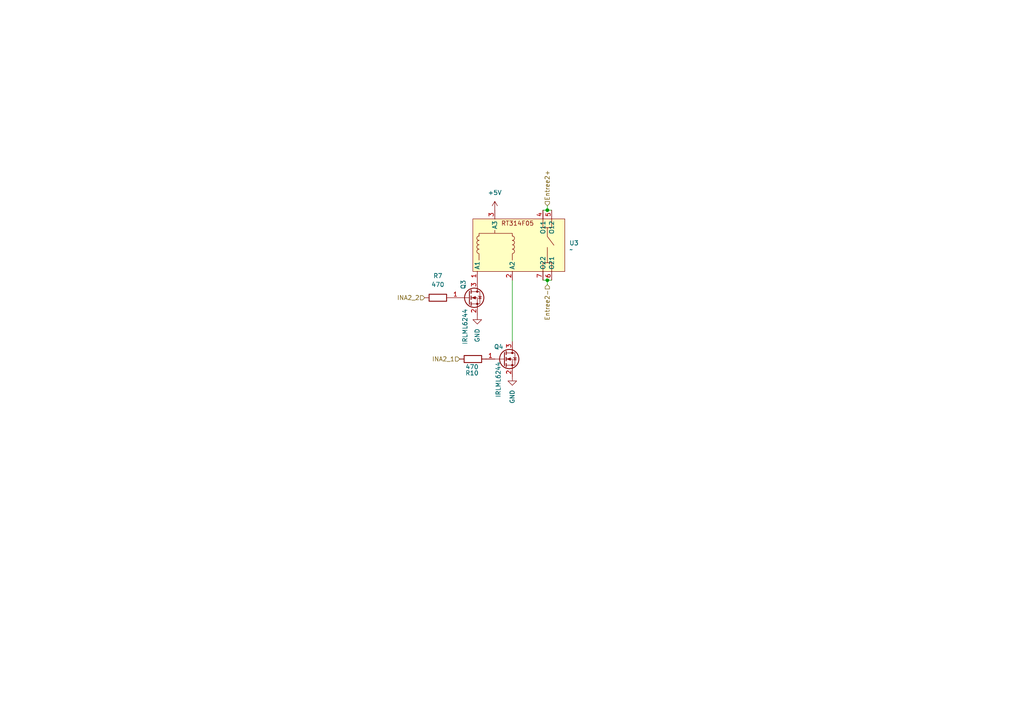
<source format=kicad_sch>
(kicad_sch (version 20250114) (generator "eeschema") (generator_version "9.0")
  (paper "A4")
  (lib_symbols
    (symbol "Device:R" (pin_numbers (hide yes)) (pin_names (offset 0))
      (property "Reference" "R" (at 2.032 0 90))
      (property "Value" "R" (at 0 0 90))
      (symbol "R_0_1"
        (rectangle (start -1.016 -2.54) (end 1.016 2.54) (stroke (width 0.254)))
      )
      (symbol "R_1_1"
        (pin passive line (at 0 3.81 270) (length 1.27) (name "~") (number "1"))
        (pin passive line (at 0 -3.81 90) (length 1.27) (name "~") (number "2"))
      )
    )
    (symbol "RT1_bistable:RT314F05_1"
      (property "Reference" "U" (at 0 0 0))
      (symbol "RT314F05_1_0_1"
        (polyline (pts (xy -16.002 2.667) (xy -16.002 3.429) (xy -6.35 3.429) (xy -6.35 2.667)))
        (arc (start -16.0047 1.397) (mid -16.637 2.032) (end -16.0047 2.667))
        (arc (start -16.0047 0.127) (mid -16.637 0.762) (end -16.0047 1.397))
        (arc (start -16.0047 -1.143) (mid -16.637 -0.508) (end -16.0047 0.127))
        (arc (start -16.0047 -2.413) (mid -16.637 -1.778) (end -16.0047 -1.143))
        (polyline (pts (xy -16.002 -2.54) (xy -16.002 -4.318)))
        (polyline (pts (xy -11.43 3.556) (xy -11.43 4.318)))
        (arc (start -6.3473 2.667) (mid -5.715 2.032) (end -6.3473 1.397))
        (arc (start -6.3473 1.397) (mid -5.715 0.762) (end -6.3473 0.127))
        (arc (start -6.3473 0.127) (mid -5.715 -0.508) (end -6.3473 -1.143))
        (arc (start -6.3473 -1.143) (mid -5.715 -1.778) (end -6.3473 -2.413))
        (polyline (pts (xy -6.35 -2.54) (xy -6.35 -4.318)))
        (polyline (pts (xy 2.54 7.62) (xy 2.54 5.08) (xy 5.08 5.08) (xy 5.08 7.62)))
        (polyline (pts (xy 2.54 -7.62) (xy 2.54 -5.08) (xy 5.08 -5.08) (xy 5.08 -7.62)))
        (polyline (pts (xy 3.81 5.08) (xy 3.81 2.54) (xy 5.715 0)))
        (polyline (pts (xy 3.81 -5.08) (xy 3.81 -0.635)))
      )
      (symbol "RT314F05_1_1_1"
        (rectangle (start -17.78 7.62) (end 8.89 -7.62) (fill (type color) (color 255 255 194 1)))
        (text "RT314F05" (at -4.826 6.35 0) (effects (font (size 1.27 1.27))))
        (pin input line (at -16.51 -10.16 90) (length 2.54) (name "A1") (number "1"))
        (pin input line (at -11.43 10.16 270) (length 2.54) (name "A3") (number "3"))
        (pin input line (at -6.35 -10.16 90) (length 2.54) (name "A2") (number "2"))
        (pin input line (at 2.54 10.16 270) (length 2.54) (name "O11") (number "4"))
        (pin input line (at 2.54 -10.16 90) (length 2.54) (name "O22") (number "7"))
        (pin input line (at 5.08 10.16 270) (length 2.54) (name "O12") (number "5"))
        (pin input line (at 5.08 -10.16 90) (length 2.54) (name "O21") (number "6"))
      )
    )
    (symbol "Transistor_FET:IRLML6244" (pin_names (hide yes))
      (property "Reference" "Q" (at 5.08 1.905 0))
      (property "Value" "IRLML6244" (at 5.08 0 0))
      (symbol "IRLML6244_0_1"
        (polyline (pts (xy 0.254 1.905) (xy 0.254 -1.905)) (stroke (width 0.254)))
        (polyline (pts (xy 0.254 0) (xy -2.54 0)))
        (polyline (pts (xy 0.762 2.286) (xy 0.762 1.27)) (stroke (width 0.254)))
        (polyline (pts (xy 0.762 0.508) (xy 0.762 -0.508)) (stroke (width 0.254)))
        (polyline (pts (xy 0.762 -1.27) (xy 0.762 -2.286)) (stroke (width 0.254)))
        (polyline (pts (xy 0.762 -1.778) (xy 3.302 -1.778) (xy 3.302 1.778) (xy 0.762 1.778)))
        (polyline (pts (xy 1.016 0) (xy 2.032 0.381) (xy 2.032 -0.381) (xy 1.016 0)) (fill (type outline)))
        (circle (center 1.651 0) (radius 2.794) (stroke (width 0.254)))
        (polyline (pts (xy 2.54 2.54) (xy 2.54 1.778)))
        (circle (center 2.54 1.778) (radius 0.254) (fill (type outline)))
        (circle (center 2.54 -1.778) (radius 0.254) (fill (type outline)))
        (polyline (pts (xy 2.54 -2.54) (xy 2.54 0) (xy 0.762 0)))
        (polyline (pts (xy 2.794 0.508) (xy 2.921 0.381) (xy 3.683 0.381) (xy 3.81 0.254)))
        (polyline (pts (xy 3.302 0.381) (xy 2.921 -0.254) (xy 3.683 -0.254) (xy 3.302 0.381)))
      )
      (symbol "IRLML6244_1_1"
        (pin input line (at -5.08 0 0) (length 2.54) (name "G") (number "1"))
        (pin passive line (at 2.54 5.08 270) (length 2.54) (name "D") (number "3"))
        (pin passive line (at 2.54 -5.08 90) (length 2.54) (name "S") (number "2"))
      )
    )
    (symbol "power:+5V" (power) (pin_numbers (hide yes)) (pin_names (offset 0) (hide yes))
      (property "Value" "+5V" (at 0 3.556 0))
      (symbol "+5V_0_1"
        (polyline (pts (xy -0.762 1.27) (xy 0 2.54)))
        (polyline (pts (xy 0 2.54) (xy 0.762 1.27)))
        (polyline (pts (xy 0 0) (xy 0 2.54)))
      )
      (symbol "+5V_1_1"
        (pin power_in line (at 0 0 90) (length 0) (name "~") (number "1"))
      )
    )
    (symbol "power:GND" (power) (pin_numbers (hide yes)) (pin_names (offset 0) (hide yes))
      (property "Value" "GND" (at 0 -3.81 0))
      (symbol "GND_0_1"
        (polyline (pts (xy 0 0) (xy 0 -1.27) (xy 1.27 -1.27) (xy 0 -2.54) (xy -1.27 -1.27) (xy 0 -1.27)))
      )
      (symbol "GND_1_1"
        (pin power_in line (at 0 0 270) (length 0) (name "~") (number "1"))
      )
    )
  )
  (junction (at 158.75 60.96))
  (junction (at 158.75 81.28))
  (wire (pts (xy 158.75 82.55) (xy 158.75 81.28)))
  (wire (pts (xy 158.75 81.28) (xy 160.02 81.28)))
  (wire (pts (xy 158.75 60.96) (xy 160.02 60.96)))
  (wire (pts (xy 148.59 99.06) (xy 148.59 81.28)))
  (wire (pts (xy 157.48 81.28) (xy 158.75 81.28)))
  (wire (pts (xy 157.48 60.96) (xy 158.75 60.96)))
  (wire (pts (xy 158.75 59.69) (xy 158.75 60.96)))
  (hierarchical_label "Entree2+" (shape input) (at 158.75 59.69 90))
  (hierarchical_label "INA2_2" (shape input) (at 123.19 86.36 180))
  (hierarchical_label "INA2_1" (shape input) (at 133.35 104.14 180))
  (hierarchical_label "Entree2-" (shape input) (at 158.75 82.55 270))
  (symbol (lib_id "Device:R") (at 137.16 104.14 90) (unit 1)
    (property "Reference" "R10" (at 136.906 108.204 90))
    (property "Value" "470" (at 136.906 106.426 90))
    (property "Footprint" "Resistor_SMD:R_0603_1608Metric_Pad0.98x0.95mm_HandSolder" (effects (hide yes)))
    (property "Description" "Resistor" (effects (hide yes)))
  )
  (symbol (lib_id "power:GND") (at 138.43 91.44 0) (unit 1)
    (property "Reference" "#PWR025" (effects (hide yes)))
    (property "Value" "GND" (at 138.4299 95.25 90) (effects (justify right)))
    (property "Description" "Power symbol creates a global label with name \"GND\" , ground" (effects (hide yes)))
  )
  (symbol (lib_id "Transistor_FET:IRLML6244") (at 146.05 104.14 0) (unit 1)
    (property "Reference" "Q4" (at 143.256 100.584 0) (effects (justify left)))
    (property "Value" "IRLML6244" (at 144.526 115.316 90) (effects (justify left)))
    (property "Footprint" "Package_TO_SOT_SMD:SOT-23" (effects (hide yes)))
    (property "Datasheet" "https://www.infineon.com/dgdl/Infineon-IRLML6244-DataSheet-v01_01-EN.pdf?fileId=5546d462533600a4015356686fed261f" (effects (hide yes)))
    (property "Description" "6.3A Id, 20V Vds, 21mOhm Rds, N-Channel StrongIRFET Power MOSFET, SOT-23" (effects (hide yes)))
  )
  (symbol (lib_id "Device:R") (at 127 86.36 90) (unit 1)
    (property "Reference" "R9" (at 127 80.01 90))
    (property "Value" "470" (at 127 82.55 90))
    (property "Footprint" "Resistor_SMD:R_0603_1608Metric_Pad0.98x0.95mm_HandSolder" (effects (hide yes)))
    (property "Description" "Resistor" (effects (hide yes)))
    (instances (project "" (path "" (reference "R7") (unit 1)) (path "" (reference "R9") (unit 1)) (path "" (reference "R11") (unit 1)) (path "" (reference "R13") (unit 1)) (path "" (reference "R15") (unit 1))))
  )
  (symbol (lib_id "Transistor_FET:IRLML6244") (at 135.89 86.36 0) (unit 1)
    (property "Reference" "Q3" (at 134.366 82.55 90))
    (property "Value" "IRLML6244" (at 134.874 94.742 90))
    (property "Footprint" "Package_TO_SOT_SMD:SOT-23" (effects (hide yes)))
    (property "Datasheet" "https://www.infineon.com/dgdl/Infineon-IRLML6244-DataSheet-v01_01-EN.pdf?fileId=5546d462533600a4015356686fed261f" (effects (hide yes)))
    (property "Description" "6.3A Id, 20V Vds, 21mOhm Rds, N-Channel StrongIRFET Power MOSFET, SOT-23" (effects (hide yes)))
  )
  (symbol (lib_id "RT1_bistable:RT314F05_1") (at 154.94 71.12 0) (unit 1)
    (property "Reference" "U4" (at 165.1 70.4849 0) (effects (justify left)))
    (property "Value" "~" (at 165.1 72.39 0) (effects (justify left)))
    (instances (project "" (path "" (reference "U3") (unit 1)) (path "" (reference "U4") (unit 1)) (path "" (reference "U5") (unit 1)) (path "" (reference "U6") (unit 1)) (path "" (reference "U7") (unit 1))))
  )
  (symbol (lib_id "power:GND") (at 148.59 109.22 0) (unit 1)
    (property "Reference" "#PWR027" (effects (hide yes)))
    (property "Value" "GND" (at 148.5899 113.03 90) (effects (justify right)))
    (property "Description" "Power symbol creates a global label with name \"GND\" , ground" (effects (hide yes)))
  )
  (symbol (lib_id "power:+5V") (at 143.51 60.96 0) (unit 1)
    (property "Reference" "#PWR026" (effects (hide yes)))
    (property "Value" "+5V" (at 143.51 55.88 0))
    (property "Description" "Power symbol creates a global label with name \"+5V\"" (effects (hide yes)))
  )
)
</source>
